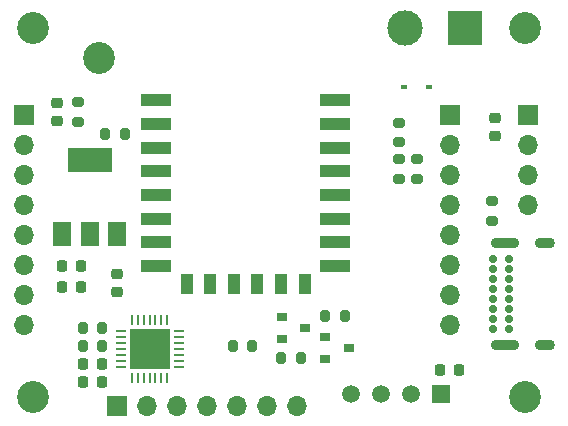
<source format=gbr>
%TF.GenerationSoftware,KiCad,Pcbnew,(5.99.0-7519-ga8269b6380)*%
%TF.CreationDate,2021-01-03T22:28:01+01:00*%
%TF.ProjectId,l0ggi,6c306767-692e-46b6-9963-61645f706362,rev?*%
%TF.SameCoordinates,Original*%
%TF.FileFunction,Soldermask,Top*%
%TF.FilePolarity,Negative*%
%FSLAX46Y46*%
G04 Gerber Fmt 4.6, Leading zero omitted, Abs format (unit mm)*
G04 Created by KiCad (PCBNEW (5.99.0-7519-ga8269b6380)) date 2021-01-03 22:28:01*
%MOMM*%
%LPD*%
G01*
G04 APERTURE LIST*
G04 Aperture macros list*
%AMRoundRect*
0 Rectangle with rounded corners*
0 $1 Rounding radius*
0 $2 $3 $4 $5 $6 $7 $8 $9 X,Y pos of 4 corners*
0 Add a 4 corners polygon primitive as box body*
4,1,4,$2,$3,$4,$5,$6,$7,$8,$9,$2,$3,0*
0 Add four circle primitives for the rounded corners*
1,1,$1+$1,$2,$3,0*
1,1,$1+$1,$4,$5,0*
1,1,$1+$1,$6,$7,0*
1,1,$1+$1,$8,$9,0*
0 Add four rect primitives between the rounded corners*
20,1,$1+$1,$2,$3,$4,$5,0*
20,1,$1+$1,$4,$5,$6,$7,0*
20,1,$1+$1,$6,$7,$8,$9,0*
20,1,$1+$1,$8,$9,$2,$3,0*%
G04 Aperture macros list end*
%ADD10R,0.600000X0.450000*%
%ADD11C,1.500000*%
%ADD12R,1.500000X1.500000*%
%ADD13R,2.500000X1.000000*%
%ADD14R,1.000000X1.800000*%
%ADD15R,1.500000X2.000000*%
%ADD16R,3.800000X2.000000*%
%ADD17R,3.350000X3.350000*%
%ADD18RoundRect,0.062500X-0.062500X-0.337500X0.062500X-0.337500X0.062500X0.337500X-0.062500X0.337500X0*%
%ADD19RoundRect,0.062500X-0.337500X-0.062500X0.337500X-0.062500X0.337500X0.062500X-0.337500X0.062500X0*%
%ADD20RoundRect,0.200000X0.200000X0.275000X-0.200000X0.275000X-0.200000X-0.275000X0.200000X-0.275000X0*%
%ADD21RoundRect,0.200000X-0.275000X0.200000X-0.275000X-0.200000X0.275000X-0.200000X0.275000X0.200000X0*%
%ADD22RoundRect,0.200000X0.275000X-0.200000X0.275000X0.200000X-0.275000X0.200000X-0.275000X-0.200000X0*%
%ADD23RoundRect,0.200000X-0.200000X-0.275000X0.200000X-0.275000X0.200000X0.275000X-0.200000X0.275000X0*%
%ADD24R,0.900000X0.800000*%
%ADD25O,1.700000X0.900000*%
%ADD26O,2.400000X0.900000*%
%ADD27C,0.700000*%
%ADD28O,1.700000X1.700000*%
%ADD29R,1.700000X1.700000*%
%ADD30C,3.000000*%
%ADD31R,3.000000X3.000000*%
%ADD32C,2.700000*%
%ADD33RoundRect,0.225000X-0.225000X-0.250000X0.225000X-0.250000X0.225000X0.250000X-0.225000X0.250000X0*%
%ADD34RoundRect,0.225000X0.250000X-0.225000X0.250000X0.225000X-0.250000X0.225000X-0.250000X-0.225000X0*%
%ADD35RoundRect,0.225000X-0.250000X0.225000X-0.250000X-0.225000X0.250000X-0.225000X0.250000X0.225000X0*%
%ADD36RoundRect,0.225000X0.225000X0.250000X-0.225000X0.250000X-0.225000X-0.250000X0.225000X-0.250000X0*%
G04 APERTURE END LIST*
D10*
%TO.C,D1*%
X75218000Y-61434000D03*
X73118000Y-61434000D03*
%TD*%
D11*
%TO.C,U4*%
X68580000Y-87376000D03*
X71120000Y-87376000D03*
X73660000Y-87376000D03*
D12*
X76200000Y-87376000D03*
%TD*%
D13*
%TO.C,U3*%
X67290000Y-62540000D03*
X67290000Y-64540000D03*
X67290000Y-66540000D03*
X67290000Y-68540000D03*
X67290000Y-70540000D03*
X67290000Y-72540000D03*
X67290000Y-74540000D03*
X67290000Y-76540000D03*
D14*
X64690000Y-78040000D03*
X62690000Y-78040000D03*
X60690000Y-78040000D03*
X58690000Y-78040000D03*
X56690000Y-78040000D03*
X54690000Y-78040000D03*
D13*
X52090000Y-76540000D03*
X52090000Y-74540000D03*
X52090000Y-72540000D03*
X52090000Y-70540000D03*
X52090000Y-68540000D03*
X52090000Y-66540000D03*
X52090000Y-64540000D03*
X52090000Y-62540000D03*
%TD*%
D15*
%TO.C,U2*%
X44182000Y-73847999D03*
X48782000Y-73847999D03*
X46482000Y-73847999D03*
D16*
X46482000Y-67547999D03*
%TD*%
D17*
%TO.C,U1*%
X51562000Y-83566000D03*
D18*
X50062000Y-81116000D03*
X50562000Y-81116000D03*
X51062000Y-81116000D03*
X51562000Y-81116000D03*
X52062000Y-81116000D03*
X52562000Y-81116000D03*
X53062000Y-81116000D03*
D19*
X54012000Y-82066000D03*
X54012000Y-82566000D03*
X54012000Y-83066000D03*
X54012000Y-83566000D03*
X54012000Y-84066000D03*
X54012000Y-84566000D03*
X54012000Y-85066000D03*
D18*
X53062000Y-86016000D03*
X52562000Y-86016000D03*
X52062000Y-86016000D03*
X51562000Y-86016000D03*
X51062000Y-86016000D03*
X50562000Y-86016000D03*
X50062000Y-86016000D03*
D19*
X49112000Y-85066000D03*
X49112000Y-84566000D03*
X49112000Y-84066000D03*
X49112000Y-83566000D03*
X49112000Y-83066000D03*
X49112000Y-82566000D03*
X49112000Y-82066000D03*
%TD*%
D20*
%TO.C,R11*%
X58611000Y-83312000D03*
X60261000Y-83312000D03*
%TD*%
D21*
%TO.C,R10*%
X74168000Y-69151000D03*
X74168000Y-67501000D03*
%TD*%
%TO.C,R9*%
X72644000Y-69151000D03*
X72644000Y-67501000D03*
%TD*%
D22*
%TO.C,R8*%
X72644000Y-64424779D03*
X72644000Y-66074779D03*
%TD*%
%TO.C,R7*%
X45466000Y-62675000D03*
X45466000Y-64325000D03*
%TD*%
D23*
%TO.C,R6*%
X49451474Y-65371577D03*
X47801474Y-65371577D03*
%TD*%
D20*
%TO.C,R5*%
X66428239Y-80772000D03*
X68078239Y-80772000D03*
%TD*%
D23*
%TO.C,R4*%
X64368925Y-84349884D03*
X62718925Y-84349884D03*
%TD*%
D22*
%TO.C,R3*%
X80518000Y-71057000D03*
X80518000Y-72707000D03*
%TD*%
D20*
%TO.C,R2*%
X45911000Y-83312000D03*
X47561000Y-83312000D03*
%TD*%
D23*
%TO.C,R1*%
X47561000Y-81788000D03*
X45911000Y-81788000D03*
%TD*%
D24*
%TO.C,Q2*%
X68444150Y-83503062D03*
X66444150Y-84453062D03*
X66444150Y-82553062D03*
%TD*%
%TO.C,Q1*%
X64754000Y-81788000D03*
X62754000Y-82738000D03*
X62754000Y-80838000D03*
%TD*%
D25*
%TO.C,P1*%
X85005000Y-74615000D03*
X85005000Y-83265000D03*
D26*
X81625000Y-74615000D03*
X81625000Y-83265000D03*
D27*
X81995000Y-78515000D03*
X81995000Y-75965000D03*
X81995000Y-76815000D03*
X81995000Y-77665000D03*
X81995000Y-81915000D03*
X81995000Y-80215000D03*
X81995000Y-79365000D03*
X81995000Y-81065000D03*
X80645000Y-75965000D03*
X80645000Y-76815000D03*
X80645000Y-77665000D03*
X80645000Y-78515000D03*
X80645000Y-79365000D03*
X80645000Y-80215000D03*
X80645000Y-81065000D03*
X80645000Y-81915000D03*
%TD*%
D28*
%TO.C,J4*%
X40894000Y-81534000D03*
X40894000Y-78994000D03*
X40894000Y-76454000D03*
X40894000Y-73914000D03*
X40894000Y-71374000D03*
X40894000Y-68834000D03*
X40894000Y-66294000D03*
D29*
X40894000Y-63754000D03*
%TD*%
D28*
%TO.C,J3*%
X76962000Y-81534000D03*
X76962000Y-78994000D03*
X76962000Y-76454000D03*
X76962000Y-73914000D03*
X76962000Y-71374000D03*
X76962000Y-68834000D03*
X76962000Y-66294000D03*
D29*
X76962000Y-63754000D03*
%TD*%
D30*
%TO.C,J2*%
X73152000Y-56388000D03*
D31*
X78232000Y-56388000D03*
%TD*%
D28*
%TO.C,J1*%
X64008000Y-88392000D03*
X61468000Y-88392000D03*
X58928000Y-88392000D03*
X56388000Y-88392000D03*
X53848000Y-88392000D03*
X51308000Y-88392000D03*
D29*
X48768000Y-88392000D03*
%TD*%
D32*
%TO.C,H5*%
X47244000Y-58928000D03*
%TD*%
%TO.C,H4*%
X83312000Y-87630000D03*
%TD*%
%TO.C,H3*%
X41656000Y-87630000D03*
%TD*%
%TO.C,H2*%
X83312000Y-56388000D03*
%TD*%
%TO.C,H1*%
X41656000Y-56388000D03*
%TD*%
D28*
%TO.C,D2*%
X83566000Y-71367691D03*
X83566000Y-68827691D03*
X83566000Y-66287691D03*
D29*
X83566000Y-63747691D03*
%TD*%
D33*
%TO.C,C8*%
X77737000Y-85344000D03*
X76187000Y-85344000D03*
%TD*%
D34*
%TO.C,C7*%
X80772000Y-63995000D03*
X80772000Y-65545000D03*
%TD*%
D35*
%TO.C,C6*%
X48768000Y-78753000D03*
X48768000Y-77203000D03*
%TD*%
%TO.C,C5*%
X43688000Y-64275000D03*
X43688000Y-62725000D03*
%TD*%
D33*
%TO.C,C4*%
X45733000Y-76539999D03*
X44183000Y-76539999D03*
%TD*%
D36*
%TO.C,C3*%
X44183000Y-78317999D03*
X45733000Y-78317999D03*
%TD*%
%TO.C,C2*%
X45961000Y-84836000D03*
X47511000Y-84836000D03*
%TD*%
%TO.C,C1*%
X45961000Y-86360000D03*
X47511000Y-86360000D03*
%TD*%
M02*

</source>
